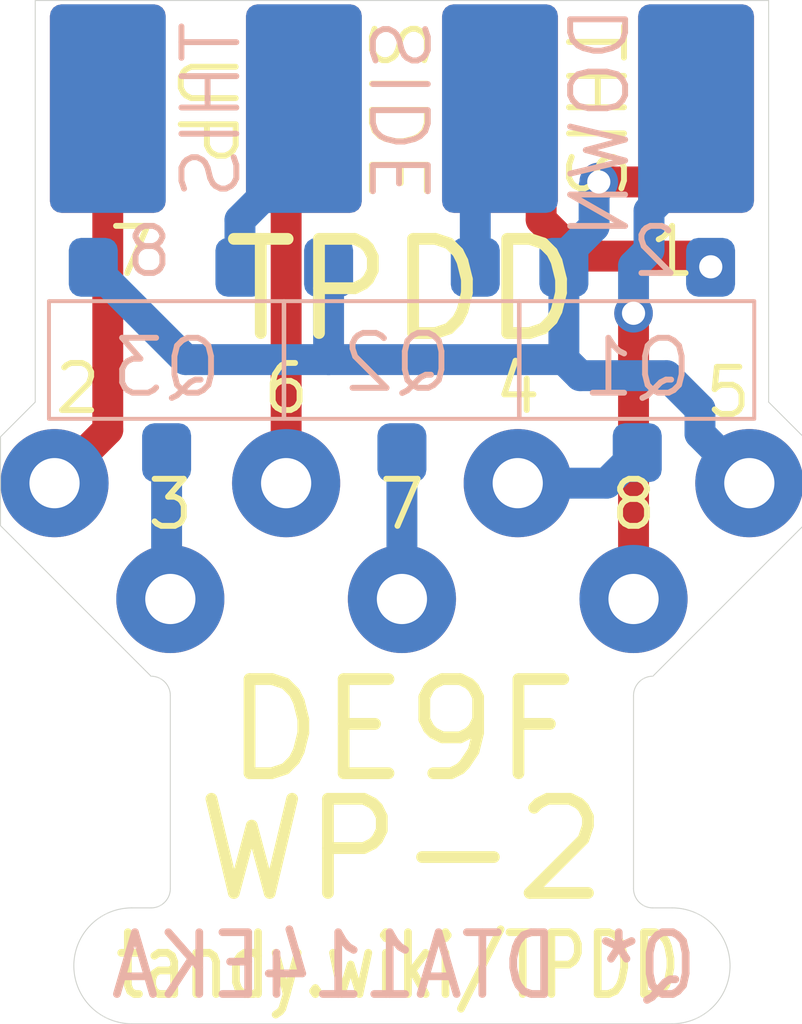
<source format=kicad_pcb>
(kicad_pcb (version 20171130) (host pcbnew 5.1.10-88a1d61d58~88~ubuntu20.10.1)

  (general
    (thickness 1.6)
    (drawings 45)
    (tracks 48)
    (zones 0)
    (modules 5)
    (nets 11)
  )

  (page USLetter)
  (title_block
    (title "TPDD Cable")
    (date 2021-04-27)
    (rev 004)
    (company b.kenyon.w@gmail.com)
  )

  (layers
    (0 Top signal)
    (31 Bottom signal)
    (32 B.Adhes user hide)
    (33 F.Adhes user hide)
    (34 B.Paste user hide)
    (35 F.Paste user hide)
    (36 B.SilkS user)
    (37 F.SilkS user)
    (38 B.Mask user hide)
    (39 F.Mask user hide)
    (40 Dwgs.User user hide)
    (41 Cmts.User user hide)
    (42 Eco1.User user hide)
    (43 Eco2.User user hide)
    (44 Edge.Cuts user)
    (45 Margin user hide)
    (46 B.CrtYd user hide)
    (47 F.CrtYd user hide)
    (48 B.Fab user hide)
    (49 F.Fab user hide)
  )

  (setup
    (last_trace_width 0.2)
    (user_trace_width 0.4)
    (trace_clearance 0.2)
    (zone_clearance 0.16)
    (zone_45_only no)
    (trace_min 0.2)
    (via_size 0.5)
    (via_drill 0.3)
    (via_min_size 0.5)
    (via_min_drill 0.3)
    (uvia_size 0.5)
    (uvia_drill 0.3)
    (uvias_allowed no)
    (uvia_min_size 0.5)
    (uvia_min_drill 0.3)
    (edge_width 0.0127)
    (segment_width 0.2032)
    (pcb_text_width 0.1524)
    (pcb_text_size 1.2192 1.2192)
    (mod_edge_width 0.0508)
    (mod_text_size 0.6096 0.6096)
    (mod_text_width 0.0508)
    (pad_size 1.524 1.524)
    (pad_drill 0.889)
    (pad_to_mask_clearance 0)
    (solder_mask_min_width 0.22)
    (aux_axis_origin 0 0)
    (grid_origin 144.993 83.6295)
    (visible_elements FFFFFF7F)
    (pcbplotparams
      (layerselection 0x010f0_ffffffff)
      (usegerberextensions false)
      (usegerberattributes false)
      (usegerberadvancedattributes false)
      (creategerberjobfile false)
      (excludeedgelayer true)
      (linewidth 0.100000)
      (plotframeref false)
      (viasonmask false)
      (mode 1)
      (useauxorigin false)
      (hpglpennumber 1)
      (hpglpenspeed 20)
      (hpglpendiameter 15.000000)
      (psnegative false)
      (psa4output false)
      (plotreference true)
      (plotvalue true)
      (plotinvisibletext false)
      (padsonsilk false)
      (subtractmaskfromsilk false)
      (outputformat 1)
      (mirror false)
      (drillshape 0)
      (scaleselection 1)
      (outputdirectory "GERBER_TPDD_Cable_004"))
  )

  (net 0 "")
  (net 1 /RTS)
  (net 2 /DTR)
  (net 3 /RX_TTL)
  (net 4 /CTS_TTL)
  (net 5 /DSR_TTL)
  (net 6 /TX)
  (net 7 /CTS)
  (net 8 /DSR)
  (net 9 /SG)
  (net 10 /RX)

  (net_class Default "This is the default net class."
    (clearance 0.2)
    (trace_width 0.2)
    (via_dia 0.5)
    (via_drill 0.3)
    (uvia_dia 0.5)
    (uvia_drill 0.3)
    (diff_pair_width 0.2)
    (diff_pair_gap 0.2)
    (add_net /CTS)
    (add_net /CTS_TTL)
    (add_net /DSR)
    (add_net /DSR_TTL)
    (add_net /DTR)
    (add_net /RTS)
    (add_net /RX)
    (add_net /RX_TTL)
    (add_net /SG)
    (add_net /TX)
  )

  (module 000_LOCAL:D7_1.5mm_wirepads (layer Top) (tedit 608685CE) (tstamp 5F2DA235)
    (at 144.993 87.8795)
    (descr "Through hole straight pin header, 1x07, 1.27mm pitch, single row")
    (tags "Through hole pin header THT 1x07 1.27mm single row")
    (path /5F2FF8FD)
    (fp_text reference J1 (at 0 -1.695) (layer F.SilkS) hide
      (effects (font (size 1 1) (thickness 0.15)))
    )
    (fp_text value "Wire Solder Pads" (at 0 9.315 180 unlocked) (layer F.Fab) hide
      (effects (font (size 1 1) (thickness 0.15)))
    )
    (fp_text user %R (at 0 3.81 90) (layer F.Fab) hide
      (effects (font (size 1 1) (thickness 0.15)))
    )
    (pad 6 thru_hole circle (at 3 0.75 270) (size 1.4 1.4) (drill 0.65) (layers *.Cu *.Mask)
      (net 1 /RTS))
    (pad 7 thru_hole circle (at 4.5 -0.75 270) (size 1.4 1.4) (drill 0.65) (layers *.Cu *.Mask)
      (net 9 /SG))
    (pad 4 thru_hole circle (at 0 0.75 270) (size 1.4 1.4) (drill 0.65) (layers *.Cu *.Mask)
      (net 7 /CTS))
    (pad 5 thru_hole circle (at 1.5 -0.75 270) (size 1.4 1.4) (drill 0.65) (layers *.Cu *.Mask)
      (net 8 /DSR))
    (pad 3 thru_hole circle (at -1.5 -0.75 270) (size 1.4 1.4) (drill 0.65) (layers *.Cu *.Mask)
      (net 2 /DTR))
    (pad 2 thru_hole circle (at -3 0.75 270) (size 1.4 1.4) (drill 0.65) (layers *.Cu *.Mask)
      (net 10 /RX))
    (pad 1 thru_hole circle (at -4.5 -0.75 270) (size 1.4 1.4) (drill 0.65) (layers *.Cu *.Mask)
      (net 6 /TX))
    (model ${KISYS3DMOD}/Pin_Headers.3dshapes/Pin_Header_Straight_1x07_Pitch1.27mm.wrl
      (at (xyz 0 0 0))
      (scale (xyz 1 1 1))
      (rotate (xyz 0 0 0))
    )
  )

  (module 000_LOCAL:2-6-2_tpdd (layer Top) (tedit 608678DD) (tstamp 5D2D423B)
    (at 148.803 82.2795)
    (path /5F35826E)
    (attr smd)
    (fp_text reference J2 (at -1.27 -0.127 -90 unlocked) (layer F.SilkS) hide
      (effects (font (size 0.6096 0.6096) (thickness 0.0508)))
    )
    (fp_text value TPDD (at -3.81 2.286) (layer F.Fab)
      (effects (font (size 0.4572 0.4572) (thickness 0.00254)))
    )
    (fp_text user 8 (at -7.0866 1.85 unlocked) (layer B.SilkS)
      (effects (font (size 0.6096 0.6096) (thickness 0.0762)) (justify mirror))
    )
    (fp_text user 2 (at -0.5334 1.85 unlocked) (layer B.SilkS)
      (effects (font (size 0.6096 0.6096) (thickness 0.0762)) (justify mirror))
    )
    (fp_text user 7 (at -7.31 1.85 unlocked) (layer F.SilkS)
      (effects (font (size 0.6096 0.6096) (thickness 0.0762)))
    )
    (fp_text user 1 (at -0.31 1.85 unlocked) (layer F.SilkS)
      (effects (font (size 0.6096 0.6096) (thickness 0.0762)))
    )
    (pad 2 smd roundrect (at 0 0) (size 1.5 2.7) (layers Bottom B.Mask) (roundrect_rratio 0.1)
      (net 1 /RTS))
    (pad 4 smd roundrect (at -2.54 0) (size 1.5 2.7) (layers Bottom B.Mask) (roundrect_rratio 0.1)
      (net 4 /CTS_TTL))
    (pad 6 smd roundrect (at -5.08 0) (size 1.5 2.7) (layers Bottom B.Mask) (roundrect_rratio 0.1)
      (net 3 /RX_TTL))
    (pad 8 smd roundrect (at -7.62 0) (size 1.5 2.7) (layers Bottom B.Mask) (roundrect_rratio 0.1))
    (pad 7 smd roundrect (at -7.62 0) (size 1.5 2.7) (layers Top F.Mask) (roundrect_rratio 0.1)
      (net 6 /TX))
    (pad 5 smd roundrect (at -5.08 0) (size 1.5 2.7) (layers Top F.Mask) (roundrect_rratio 0.1)
      (net 2 /DTR))
    (pad 3 smd roundrect (at -2.54 0) (size 1.5 2.7) (layers Top F.Mask) (roundrect_rratio 0.1)
      (net 5 /DSR_TTL))
    (pad 1 smd roundrect (at 0 0) (size 1.5 2.7) (layers Top F.Mask) (roundrect_rratio 0.1)
      (net 9 /SG))
    (model ${KIPRJMOD}/000_LOCAL.pretty/3dshapes/PinSocket_2x03_P2.54mm_Vertical_2pulled.step
      (offset (xyz -5.08 1.47 2.93))
      (scale (xyz 1 1 1))
      (rotate (xyz 90 180 0))
    )
    (model ${KIPRJMOD}/000_LOCAL.pretty/3dshapes/PinSocket_1x02_P2.54mm_Vertical.step
      (offset (xyz 0 1.47 -2.15))
      (scale (xyz 1 1 1))
      (rotate (xyz 90 0 0))
    )
    (model ${KIPRJMOD}/000_LOCAL.pretty/3dshapes/PinSocket_1x02_P2.54mm_Vertical.step
      (offset (xyz -7.62 1.47 -2.15))
      (scale (xyz 1 1 1))
      (rotate (xyz 90 0 0))
    )
  )

  (module 000_LOCAL:SC-59 (layer Bottom) (tedit 5F2C749B) (tstamp 5D2D4324)
    (at 141.945 85.5345 270)
    (descr "SC-59, https://lib.chipdip.ru/images/import_diod/original/SOT-23_SC-59.jpg")
    (tags SC-59)
    (path /5F2E424E)
    (attr smd)
    (fp_text reference Q3 (at -0.3175 0.762 unlocked) (layer B.SilkS)
      (effects (font (size 0.7112 0.7112) (thickness 0.0762)) (justify right top mirror))
    )
    (fp_text value DTA114EKA (at -1.905 -3.175 90) (layer B.Fab) hide
      (effects (font (size 1.2065 1.2065) (thickness 0.1016)) (justify right top mirror))
    )
    (fp_line (start -0.762 -1.516) (end 0.762 -1.516) (layer B.SilkS) (width 0.0508))
    (fp_line (start -0.762 1.524) (end 0.762 1.524) (layer B.SilkS) (width 0.0508))
    (fp_line (start -0.762 1.524) (end -0.762 -1.516) (layer B.SilkS) (width 0.0508))
    (fp_line (start 0.762 1.524) (end 0.762 -1.516) (layer B.SilkS) (width 0.0508))
    (fp_text user %R (at 0 0) (layer B.Fab) hide
      (effects (font (size 0.5 0.5) (thickness 0.075)) (justify mirror))
    )
    (pad 1 smd roundrect (at -1.2 0.95 270) (size 0.762 0.635) (layers Bottom B.Paste B.Mask) (roundrect_rratio 0.25)
      (net 9 /SG))
    (pad 2 smd roundrect (at -1.2 -0.95 270) (size 0.762 0.635) (layers Bottom B.Paste B.Mask) (roundrect_rratio 0.25)
      (net 3 /RX_TTL))
    (pad 3 smd roundrect (at 1.2 0 270) (size 0.762 0.635) (layers Bottom B.Paste B.Mask) (roundrect_rratio 0.25)
      (net 10 /RX))
    (model ${KIPRJMOD}/000_LOCAL.pretty/3dshapes/SC-59.step
      (at (xyz 0 0 0))
      (scale (xyz 1 1 1))
      (rotate (xyz 0 0 0))
    )
  )

  (module 000_LOCAL:SC-59 (layer Bottom) (tedit 5F2C749B) (tstamp 5D2D4366)
    (at 144.993 85.5345 270)
    (descr "SC-59, https://lib.chipdip.ru/images/import_diod/original/SOT-23_SC-59.jpg")
    (tags SC-59)
    (path /5F2E2C8F)
    (attr smd)
    (fp_text reference Q2 (at -0.381 0.8255 unlocked) (layer B.SilkS)
      (effects (font (size 0.7112 0.7112) (thickness 0.0762)) (justify right top mirror))
    )
    (fp_text value DTA114EKA (at -1.905 -3.175 90) (layer B.Fab) hide
      (effects (font (size 1.2065 1.2065) (thickness 0.1016)) (justify right top mirror))
    )
    (fp_line (start -0.762 -1.516) (end 0.762 -1.516) (layer B.SilkS) (width 0.0508))
    (fp_line (start -0.762 1.524) (end 0.762 1.524) (layer B.SilkS) (width 0.0508))
    (fp_line (start -0.762 1.524) (end -0.762 -1.516) (layer B.SilkS) (width 0.0508))
    (fp_line (start 0.762 1.524) (end 0.762 -1.516) (layer B.SilkS) (width 0.0508))
    (fp_text user %R (at 0 0) (layer B.Fab) hide
      (effects (font (size 0.5 0.5) (thickness 0.075)) (justify mirror))
    )
    (pad 1 smd roundrect (at -1.2 0.95 270) (size 0.762 0.635) (layers Bottom B.Paste B.Mask) (roundrect_rratio 0.25)
      (net 9 /SG))
    (pad 2 smd roundrect (at -1.2 -0.95 270) (size 0.762 0.635) (layers Bottom B.Paste B.Mask) (roundrect_rratio 0.25)
      (net 4 /CTS_TTL))
    (pad 3 smd roundrect (at 1.2 0 270) (size 0.762 0.635) (layers Bottom B.Paste B.Mask) (roundrect_rratio 0.25)
      (net 7 /CTS))
    (model ${KIPRJMOD}/000_LOCAL.pretty/3dshapes/SC-59.step
      (at (xyz 0 0 0))
      (scale (xyz 1 1 1))
      (rotate (xyz 0 0 0))
    )
  )

  (module 000_LOCAL:SC-59 (layer Bottom) (tedit 5F2C749B) (tstamp 5D2D4345)
    (at 148.041 85.5345 270)
    (descr "SC-59, https://lib.chipdip.ru/images/import_diod/original/SOT-23_SC-59.jpg")
    (tags SC-59)
    (path /5F2DFF29)
    (attr smd)
    (fp_text reference Q1 (at -0.3175 0.762 unlocked) (layer B.SilkS)
      (effects (font (size 0.7112 0.7112) (thickness 0.0762)) (justify right top mirror))
    )
    (fp_text value DTA114EKA (at -1.905 -3.175 90) (layer B.Fab) hide
      (effects (font (size 1.2065 1.2065) (thickness 0.1016)) (justify right top mirror))
    )
    (fp_line (start -0.762 -1.516) (end 0.762 -1.516) (layer B.SilkS) (width 0.0508))
    (fp_line (start -0.762 1.524) (end 0.762 1.524) (layer B.SilkS) (width 0.0508))
    (fp_line (start -0.762 1.524) (end -0.762 -1.516) (layer B.SilkS) (width 0.0508))
    (fp_line (start 0.762 1.524) (end 0.762 -1.516) (layer B.SilkS) (width 0.0508))
    (fp_text user %R (at 0 0) (layer B.Fab) hide
      (effects (font (size 0.5 0.5) (thickness 0.075)) (justify mirror))
    )
    (pad 1 smd roundrect (at -1.2 0.95 270) (size 0.762 0.635) (layers Bottom B.Paste B.Mask) (roundrect_rratio 0.25)
      (net 9 /SG))
    (pad 2 smd roundrect (at -1.2 -0.95 270) (size 0.762 0.635) (layers Bottom B.Paste B.Mask) (roundrect_rratio 0.25)
      (net 5 /DSR_TTL))
    (pad 3 smd roundrect (at 1.2 0 270) (size 0.762 0.635) (layers Bottom B.Paste B.Mask) (roundrect_rratio 0.25)
      (net 8 /DSR))
    (model ${KIPRJMOD}/000_LOCAL.pretty/3dshapes/SC-59.step
      (at (xyz 0 0 0))
      (scale (xyz 1 1 1))
      (rotate (xyz 0 0 0))
    )
  )

  (gr_text WP-2 (at 144.993 91.8795) (layer F.SilkS) (tstamp 6087E3A8)
    (effects (font (size 1.2192 1.2192) (thickness 0.1524)))
  )
  (gr_arc (start 148.493 93.3795) (end 148.493 94.1295) (angle -180) (layer Edge.Cuts) (width 0.0127))
  (gr_arc (start 141.493 93.3795) (end 141.493 92.6295) (angle -180) (layer Edge.Cuts) (width 0.0127))
  (gr_line (start 139.793 86.5295) (end 140.243 86.0795) (layer Edge.Cuts) (width 0.0127))
  (gr_line (start 139.793 87.6795) (end 139.793 86.5295) (layer Edge.Cuts) (width 0.0127))
  (gr_line (start 141.743 89.6295) (end 139.793 87.6795) (layer Edge.Cuts) (width 0.0127))
  (gr_line (start 150.193 86.5295) (end 149.743 86.0795) (layer Edge.Cuts) (width 0.0127))
  (gr_line (start 150.193 87.6795) (end 150.193 86.5295) (layer Edge.Cuts) (width 0.0127))
  (gr_line (start 148.243 89.6295) (end 150.193 87.6795) (layer Edge.Cuts) (width 0.0127))
  (gr_arc (start 148.243 92.3795) (end 147.993 92.3795) (angle -90) (layer Edge.Cuts) (width 0.0127))
  (gr_arc (start 141.743 92.3795) (end 141.743 92.6295) (angle -90) (layer Edge.Cuts) (width 0.0127))
  (gr_arc (start 141.743 89.8795) (end 141.993 89.8795) (angle -90) (layer Edge.Cuts) (width 0.0127))
  (gr_arc (start 148.243 89.8795) (end 148.243 89.6295) (angle -90) (layer Edge.Cuts) (width 0.0127))
  (gr_line (start 147.993 89.8795) (end 147.993 92.3795) (layer Edge.Cuts) (width 0.0127) (tstamp 6087D781))
  (gr_line (start 149.743 80.8795) (end 149.743 86.0795) (layer Edge.Cuts) (width 0.0127))
  (gr_line (start 140.243 80.8795) (end 149.743 80.8795) (layer Edge.Cuts) (width 0.0127))
  (gr_line (start 140.243 86.0795) (end 140.243 80.8795) (layer Edge.Cuts) (width 0.0127))
  (gr_line (start 141.993 92.3795) (end 141.993 89.8795) (layer Edge.Cuts) (width 0.0127))
  (gr_line (start 148.493 92.6295) (end 148.243 92.6295) (layer Edge.Cuts) (width 0.0127))
  (gr_line (start 141.743 92.6295) (end 141.493 92.6295) (layer Edge.Cuts) (width 0.0127) (tstamp 5F2CC4FC))
  (gr_line (start 141.493 94.1295) (end 148.493 94.1295) (layer Edge.Cuts) (width 0.0127) (tstamp 5F2C9B54))
  (gr_text tandy.wiki/TPDD (at 144.943 93.3795) (layer F.SilkS) (tstamp 5D2D595B)
    (effects (font (size 0.8 0.6) (thickness 0.1)))
  )
  (gr_text THIS (at 147.483 82.296 -90) (layer F.SilkS) (tstamp 5D2D57B0)
    (effects (font (size 0.7112 0.7112) (thickness 0.0762)))
  )
  (gr_text SIDE (at 144.9295 82.296 -90) (layer F.SilkS) (tstamp 5D2D578D)
    (effects (font (size 0.7112 0.7112) (thickness 0.0762)))
  )
  (gr_line (start 142.093 89.8295) (end 147.893 89.8295) (layer Dwgs.User) (width 0.0127) (tstamp 5F2C98E9))
  (gr_circle (center 144.993 83.6295) (end 140.04 80.9625) (layer Dwgs.User) (width 0.0127))
  (gr_line (start 140.675 83.6295) (end 149.311 83.6295) (layer Dwgs.User) (width 0.0127) (tstamp 5D2D4C4A))
  (gr_line (start 144.993 82.296) (end 144.993 93.1545) (layer Dwgs.User) (width 0.0127))
  (gr_line (start 144.993 82.296) (end 144.993 80.9625) (layer Dwgs.User) (width 0.0127))
  (gr_line (start 140.675 80.9625) (end 149.311 83.6295) (layer Dwgs.User) (width 0.0127))
  (gr_line (start 140.675 83.6295) (end 149.311 80.9625) (layer Dwgs.User) (width 0.0127) (tstamp 5D2D4495))
  (gr_text UP (at 142.453 82.296 -90) (layer F.SilkS) (tstamp 5D2D5758)
    (effects (font (size 0.7112 0.7112) (thickness 0.0762)))
  )
  (gr_text THIS (at 142.523 82.2995 -270) (layer B.SilkS) (tstamp 5D2D42B4)
    (effects (font (size 0.7112 0.7112) (thickness 0.0762)) (justify mirror))
  )
  (gr_text SIDE (at 145.003 82.2995 -270) (layer B.SilkS) (tstamp 5D2D42B1)
    (effects (font (size 0.7112 0.7112) (thickness 0.0762)) (justify mirror))
  )
  (gr_text "Q* DTA114EKA" (at 145.018 93.3795) (layer B.SilkS) (tstamp 5D2D42AE)
    (effects (font (size 0.8 0.7) (thickness 0.1)) (justify mirror))
  )
  (gr_text DE9F (at 144.993 90.3295) (layer F.SilkS) (tstamp 5D2D514A)
    (effects (font (size 1.2192 1.2192) (thickness 0.1524)))
  )
  (gr_text DOWN (at 147.5584 82.4611 -270) (layer B.SilkS) (tstamp 5D2D42A5)
    (effects (font (size 0.7112 0.7112) (thickness 0.0762)) (justify mirror))
  )
  (gr_text 8 (at 147.993 87.4045) (layer F.SilkS) (tstamp 5D2D42A2)
    (effects (font (size 0.6096 0.6096) (thickness 0.0762)))
  )
  (gr_text 7 (at 144.993 87.4045) (layer F.SilkS) (tstamp 5D2D429F)
    (effects (font (size 0.6096 0.6096) (thickness 0.0762)))
  )
  (gr_text 3 (at 141.993 87.4045) (layer F.SilkS) (tstamp 5F30FA3E)
    (effects (font (size 0.6096 0.6096) (thickness 0.0762)))
  )
  (gr_text 2 (at 140.793 85.9045) (layer F.SilkS) (tstamp 5D2D4299)
    (effects (font (size 0.6096 0.6096) (thickness 0.0762)))
  )
  (gr_text 6 (at 143.493 85.9045) (layer F.SilkS) (tstamp 5F30FA51)
    (effects (font (size 0.6096 0.6096) (thickness 0.0762)))
  )
  (gr_text 4 (at 146.493 85.9045) (layer F.SilkS) (tstamp 5D2D4263)
    (effects (font (size 0.6096 0.6096) (thickness 0.0762)))
  )
  (gr_text 5 (at 149.218 85.9545) (layer F.SilkS) (tstamp 5D2D4260)
    (effects (font (size 0.6096 0.6096) (thickness 0.0762)))
  )
  (gr_text TPDD (at 144.993 84.6295) (layer F.SilkS) (tstamp 5D2D425D)
    (effects (font (size 1.2192 1.2192) (thickness 0.1524)))
  )

  (segment (start 147.993 84.9295) (end 147.993 88.6295) (width 0.4) (layer Top) (net 1))
  (via (at 147.993 84.9295) (size 0.5) (drill 0.3) (layers Top Bottom) (net 1))
  (segment (start 148.1934 84.1121) (end 148.1934 83.6041) (width 0.4) (layer Bottom) (net 1))
  (segment (start 148.1934 83.6041) (end 148.803 82.9945) (width 0.4) (layer Bottom) (net 1))
  (segment (start 147.993 84.3125) (end 148.1934 84.1121) (width 0.4) (layer Bottom) (net 1))
  (segment (start 148.803 82.9945) (end 148.803 82.296) (width 0.4) (layer Bottom) (net 1))
  (segment (start 147.993 84.9295) (end 147.993 84.3125) (width 0.4) (layer Bottom) (net 1))
  (segment (start 143.493 82.5095) (end 143.493 87.1295) (width 0.4) (layer Top) (net 2))
  (segment (start 143.723 82.2795) (end 143.493 82.5095) (width 0.4) (layer Top) (net 2))
  (segment (start 143.723 82.296) (end 143.723 82.2795) (width 0.4) (layer Top) (net 2))
  (segment (start 143.6722 82.9437) (end 143.6722 82.3849) (width 0.4) (layer Bottom) (net 3))
  (segment (start 142.895 83.7209) (end 143.6722 82.9437) (width 0.4) (layer Bottom) (net 3))
  (segment (start 142.895 84.3345) (end 142.895 83.7209) (width 0.4) (layer Bottom) (net 3))
  (segment (start 145.943 82.5995) (end 146.263 82.2795) (width 0.4) (layer Bottom) (net 4))
  (segment (start 145.943 84.3345) (end 145.943 82.5995) (width 0.4) (layer Bottom) (net 4))
  (via (at 148.9935 84.328) (size 0.5) (drill 0.3) (layers Top Bottom) (net 5))
  (segment (start 146.7964 82.8129) (end 146.263 82.2795) (width 0.4) (layer Top) (net 5))
  (segment (start 146.7964 83.7184) (end 146.7964 82.8129) (width 0.4) (layer Top) (net 5))
  (segment (start 148.855 84.1895) (end 147.2675 84.1895) (width 0.4) (layer Top) (net 5))
  (segment (start 147.2675 84.1895) (end 146.7964 83.7184) (width 0.4) (layer Top) (net 5))
  (segment (start 148.9935 84.328) (end 148.855 84.1895) (width 0.4) (layer Top) (net 5))
  (segment (start 141.183 86.4395) (end 140.493 87.1295) (width 0.4) (layer Top) (net 6))
  (segment (start 141.183 82.296) (end 141.183 86.4395) (width 0.4) (layer Top) (net 6))
  (segment (start 144.993 88.3285) (end 144.993 88.3285) (width 0.3) (layer Bottom) (net 7) (tstamp 5F2DA1CC))
  (segment (start 144.993 86.7345) (end 144.993 88.6295) (width 0.4) (layer Bottom) (net 7))
  (segment (start 147.646 87.1295) (end 146.493 87.1295) (width 0.4) (layer Bottom) (net 8))
  (segment (start 148.041 86.7345) (end 147.646 87.1295) (width 0.4) (layer Bottom) (net 8))
  (segment (start 144.043 85.5295) (end 144.043 84.3345) (width 0.4) (layer Bottom) (net 9))
  (segment (start 142.19 85.5295) (end 144.043 85.5295) (width 0.4) (layer Bottom) (net 9))
  (segment (start 140.995 84.3345) (end 142.19 85.5295) (width 0.4) (layer Bottom) (net 9))
  (segment (start 144.043 85.5295) (end 147.093 85.5295) (width 0.4) (layer Bottom) (net 9))
  (segment (start 147.091 85.5275) (end 147.093 85.5295) (width 0.4) (layer Bottom) (net 9))
  (segment (start 147.091 84.3345) (end 147.091 85.5275) (width 0.4) (layer Bottom) (net 9))
  (segment (start 148.683 83.2295) (end 148.803 83.1095) (width 0.4) (layer Top) (net 9))
  (segment (start 147.543 83.2295) (end 148.683 83.2295) (width 0.4) (layer Top) (net 9))
  (segment (start 148.803 83.1095) (end 148.803 82.296) (width 0.4) (layer Top) (net 9))
  (via (at 147.543 83.2295) (size 0.5) (drill 0.3) (layers Top Bottom) (net 9))
  (segment (start 147.091 84.1985) (end 147.091 84.3345) (width 0.4) (layer Bottom) (net 9))
  (segment (start 147.4822 83.8073) (end 147.091 84.1985) (width 0.4) (layer Bottom) (net 9))
  (segment (start 147.4822 83.2903) (end 147.4822 83.8073) (width 0.4) (layer Bottom) (net 9))
  (segment (start 147.543 83.2295) (end 147.4822 83.2903) (width 0.4) (layer Bottom) (net 9))
  (segment (start 148.8538 86.4903) (end 149.493 87.1295) (width 0.4) (layer Bottom) (net 9))
  (segment (start 148.8538 86.1695) (end 148.8538 86.4903) (width 0.4) (layer Bottom) (net 9))
  (segment (start 148.422 85.7377) (end 148.8538 86.1695) (width 0.4) (layer Bottom) (net 9))
  (segment (start 147.3012 85.7377) (end 148.422 85.7377) (width 0.4) (layer Bottom) (net 9))
  (segment (start 147.093 85.5295) (end 147.3012 85.7377) (width 0.4) (layer Bottom) (net 9))
  (segment (start 141.945 88.5815) (end 141.993 88.6295) (width 0.4) (layer Bottom) (net 10))
  (segment (start 141.945 86.7345) (end 141.945 88.5815) (width 0.4) (layer Bottom) (net 10))

)

</source>
